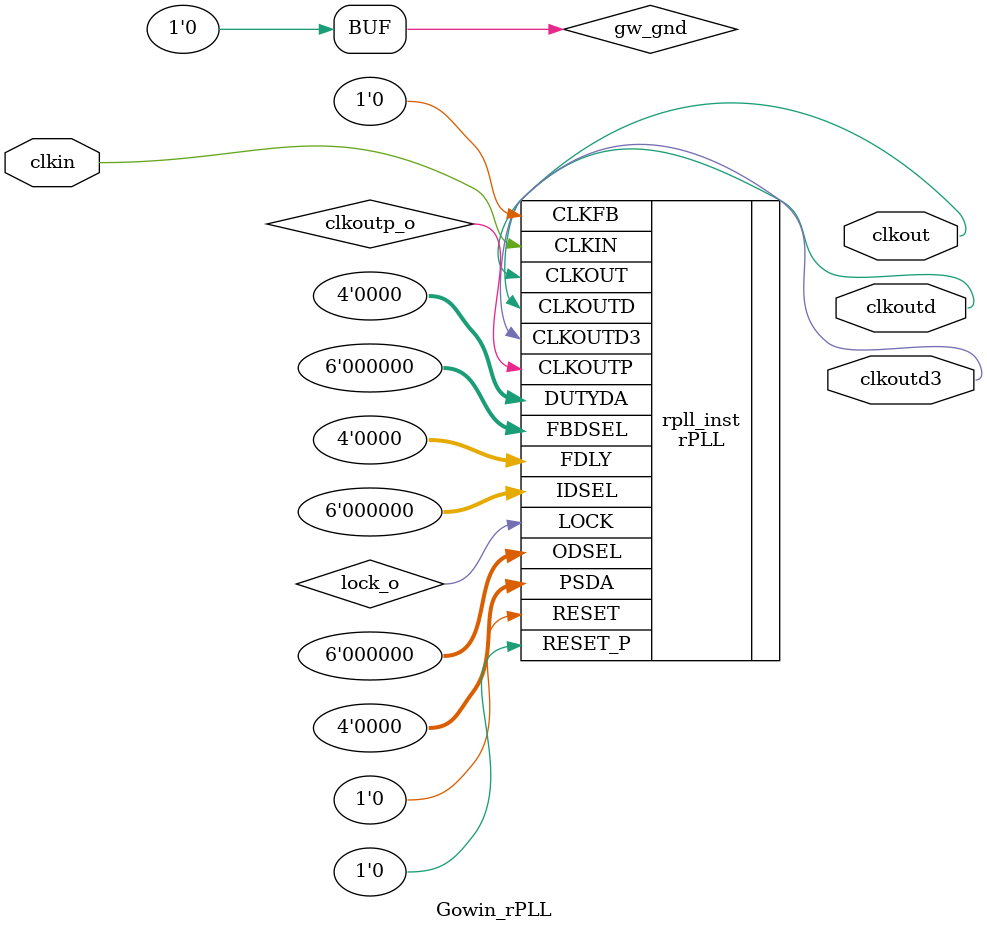
<source format=v>

module Gowin_rPLL (clkout, clkoutd, clkoutd3, clkin);

output clkout;
output clkoutd;
output clkoutd3;
input clkin;

wire lock_o;
wire clkoutp_o;
wire gw_gnd;

assign gw_gnd = 1'b0;

rPLL rpll_inst (
    .CLKOUT(clkout),
    .LOCK(lock_o),
    .CLKOUTP(clkoutp_o),
    .CLKOUTD(clkoutd),
    .CLKOUTD3(clkoutd3),
    .RESET(gw_gnd),
    .RESET_P(gw_gnd),
    .CLKIN(clkin),
    .CLKFB(gw_gnd),
    .FBDSEL({gw_gnd,gw_gnd,gw_gnd,gw_gnd,gw_gnd,gw_gnd}),
    .IDSEL({gw_gnd,gw_gnd,gw_gnd,gw_gnd,gw_gnd,gw_gnd}),
    .ODSEL({gw_gnd,gw_gnd,gw_gnd,gw_gnd,gw_gnd,gw_gnd}),
    .PSDA({gw_gnd,gw_gnd,gw_gnd,gw_gnd}),
    .DUTYDA({gw_gnd,gw_gnd,gw_gnd,gw_gnd}),
    .FDLY({gw_gnd,gw_gnd,gw_gnd,gw_gnd})
);

defparam rpll_inst.FCLKIN = "27";
defparam rpll_inst.DYN_IDIV_SEL = "false";
defparam rpll_inst.IDIV_SEL = 8;
defparam rpll_inst.DYN_FBDIV_SEL = "false";
defparam rpll_inst.FBDIV_SEL = 31;
defparam rpll_inst.DYN_ODIV_SEL = "false";
defparam rpll_inst.ODIV_SEL = 8;
defparam rpll_inst.PSDA_SEL = "0000";
defparam rpll_inst.DYN_DA_EN = "true";
defparam rpll_inst.DUTYDA_SEL = "1000";
defparam rpll_inst.CLKOUT_FT_DIR = 1'b1;
defparam rpll_inst.CLKOUTP_FT_DIR = 1'b1;
defparam rpll_inst.CLKOUT_DLY_STEP = 0;
defparam rpll_inst.CLKOUTP_DLY_STEP = 0;
defparam rpll_inst.CLKFB_SEL = "internal";
defparam rpll_inst.CLKOUT_BYPASS = "false";
defparam rpll_inst.CLKOUTP_BYPASS = "false";
defparam rpll_inst.CLKOUTD_BYPASS = "false";
defparam rpll_inst.DYN_SDIV_SEL = 2;
defparam rpll_inst.CLKOUTD_SRC = "CLKOUT";
defparam rpll_inst.CLKOUTD3_SRC = "CLKOUT";
defparam rpll_inst.DEVICE = "GW2A-18C";

endmodule //Gowin_rPLL

</source>
